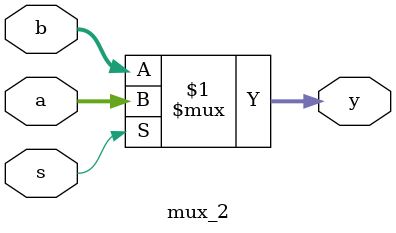
<source format=v>
`timescale 1ns / 1ps

module mux_2 #(parameter WIDTH = 32)(
    input   [WIDTH - 1:0] a,
    input   [WIDTH - 1:0] b,
    input   s,
    output  [WIDTH - 1:0] y
    );

    assign y = s ? a : b;

endmodule

</source>
